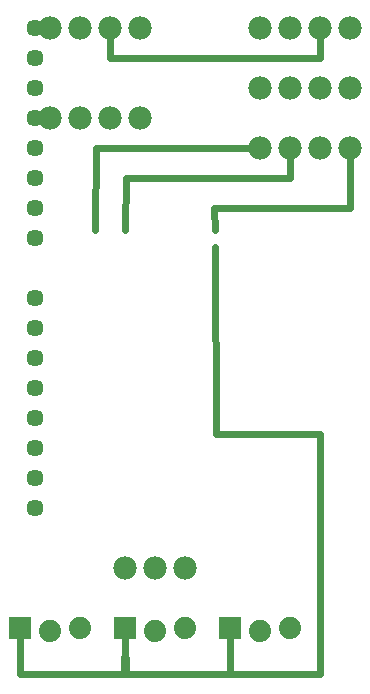
<source format=gbl>
G04 MADE WITH FRITZING*
G04 WWW.FRITZING.ORG*
G04 DOUBLE SIDED*
G04 HOLES PLATED*
G04 CONTOUR ON CENTER OF CONTOUR VECTOR*
%ASAXBY*%
%FSLAX23Y23*%
%MOIN*%
%OFA0B0*%
%SFA1.0B1.0*%
%ADD10C,0.056944*%
%ADD11C,0.078000*%
%ADD12C,0.074000*%
%ADD13C,0.024000*%
%ADD14R,0.001000X0.001000*%
%LNCOPPER0*%
G90*
G70*
G54D10*
X136Y631D03*
X136Y731D03*
X136Y831D03*
X136Y931D03*
X136Y1031D03*
X136Y1131D03*
X136Y1231D03*
X136Y1331D03*
X136Y2231D03*
X136Y2131D03*
X136Y2031D03*
X136Y1931D03*
X136Y1831D03*
X136Y1731D03*
X136Y1631D03*
X136Y1531D03*
G54D11*
X886Y2231D03*
X986Y2231D03*
X1086Y2231D03*
X1186Y2231D03*
X886Y2031D03*
X986Y2031D03*
X1086Y2031D03*
X1186Y2031D03*
X886Y1831D03*
X986Y1831D03*
X1086Y1831D03*
X1186Y1831D03*
X186Y1931D03*
X286Y1931D03*
X386Y1931D03*
X486Y1931D03*
X186Y2231D03*
X286Y2231D03*
X386Y2231D03*
X486Y2231D03*
X636Y431D03*
X536Y431D03*
X436Y431D03*
G54D12*
X786Y231D03*
X886Y221D03*
X986Y231D03*
X86Y231D03*
X186Y221D03*
X286Y231D03*
X436Y231D03*
X536Y221D03*
X636Y231D03*
G54D13*
X338Y1831D02*
X856Y1831D01*
D02*
X336Y1560D02*
X338Y1831D01*
D02*
X1186Y1631D02*
X734Y1631D01*
D02*
X734Y1631D02*
X736Y1560D01*
D02*
X1186Y1801D02*
X1186Y1631D01*
D02*
X986Y1731D02*
X986Y1801D01*
D02*
X436Y1560D02*
X438Y1731D01*
D02*
X438Y1731D02*
X986Y1731D01*
D02*
X738Y879D02*
X736Y1502D01*
D02*
X1086Y879D02*
X738Y879D01*
D02*
X1086Y79D02*
X1086Y879D01*
D02*
X786Y79D02*
X1086Y79D01*
D02*
X786Y200D02*
X786Y79D01*
D02*
X1086Y2131D02*
X1086Y2231D01*
D02*
X386Y2131D02*
X1086Y2131D01*
D02*
X386Y2231D02*
X386Y2131D01*
D02*
X786Y79D02*
X786Y200D01*
D02*
X438Y79D02*
X786Y79D01*
D02*
X437Y200D02*
X438Y79D01*
D02*
X434Y79D02*
X436Y200D01*
D02*
X86Y79D02*
X434Y79D01*
D02*
X86Y200D02*
X86Y79D01*
G54D14*
X49Y268D02*
X122Y268D01*
X399Y268D02*
X472Y268D01*
X749Y268D02*
X822Y268D01*
X49Y267D02*
X122Y267D01*
X399Y267D02*
X472Y267D01*
X749Y267D02*
X822Y267D01*
X49Y266D02*
X122Y266D01*
X399Y266D02*
X472Y266D01*
X749Y266D02*
X822Y266D01*
X49Y265D02*
X122Y265D01*
X399Y265D02*
X472Y265D01*
X749Y265D02*
X822Y265D01*
X49Y264D02*
X122Y264D01*
X399Y264D02*
X472Y264D01*
X749Y264D02*
X822Y264D01*
X49Y263D02*
X122Y263D01*
X399Y263D02*
X472Y263D01*
X749Y263D02*
X822Y263D01*
X49Y262D02*
X122Y262D01*
X399Y262D02*
X472Y262D01*
X749Y262D02*
X822Y262D01*
X49Y261D02*
X122Y261D01*
X399Y261D02*
X472Y261D01*
X749Y261D02*
X822Y261D01*
X49Y260D02*
X122Y260D01*
X399Y260D02*
X472Y260D01*
X749Y260D02*
X822Y260D01*
X49Y259D02*
X122Y259D01*
X399Y259D02*
X472Y259D01*
X749Y259D02*
X822Y259D01*
X49Y258D02*
X122Y258D01*
X399Y258D02*
X472Y258D01*
X749Y258D02*
X822Y258D01*
X49Y257D02*
X122Y257D01*
X399Y257D02*
X472Y257D01*
X749Y257D02*
X822Y257D01*
X49Y256D02*
X122Y256D01*
X399Y256D02*
X472Y256D01*
X749Y256D02*
X822Y256D01*
X49Y255D02*
X122Y255D01*
X399Y255D02*
X472Y255D01*
X749Y255D02*
X822Y255D01*
X49Y254D02*
X122Y254D01*
X399Y254D02*
X472Y254D01*
X749Y254D02*
X822Y254D01*
X49Y253D02*
X122Y253D01*
X399Y253D02*
X472Y253D01*
X749Y253D02*
X822Y253D01*
X49Y252D02*
X122Y252D01*
X399Y252D02*
X472Y252D01*
X749Y252D02*
X822Y252D01*
X49Y251D02*
X80Y251D01*
X91Y251D02*
X122Y251D01*
X399Y251D02*
X430Y251D01*
X441Y251D02*
X472Y251D01*
X749Y251D02*
X780Y251D01*
X791Y251D02*
X822Y251D01*
X49Y250D02*
X77Y250D01*
X94Y250D02*
X122Y250D01*
X399Y250D02*
X427Y250D01*
X444Y250D02*
X472Y250D01*
X749Y250D02*
X777Y250D01*
X794Y250D02*
X822Y250D01*
X49Y249D02*
X75Y249D01*
X96Y249D02*
X122Y249D01*
X399Y249D02*
X425Y249D01*
X446Y249D02*
X472Y249D01*
X749Y249D02*
X775Y249D01*
X796Y249D02*
X822Y249D01*
X49Y248D02*
X74Y248D01*
X98Y248D02*
X122Y248D01*
X399Y248D02*
X424Y248D01*
X448Y248D02*
X472Y248D01*
X749Y248D02*
X773Y248D01*
X798Y248D02*
X822Y248D01*
X49Y247D02*
X72Y247D01*
X99Y247D02*
X122Y247D01*
X399Y247D02*
X422Y247D01*
X449Y247D02*
X472Y247D01*
X749Y247D02*
X772Y247D01*
X799Y247D02*
X822Y247D01*
X49Y246D02*
X71Y246D01*
X100Y246D02*
X122Y246D01*
X399Y246D02*
X421Y246D01*
X450Y246D02*
X472Y246D01*
X749Y246D02*
X771Y246D01*
X800Y246D02*
X822Y246D01*
X49Y245D02*
X70Y245D01*
X101Y245D02*
X122Y245D01*
X399Y245D02*
X420Y245D01*
X451Y245D02*
X472Y245D01*
X749Y245D02*
X770Y245D01*
X801Y245D02*
X822Y245D01*
X49Y244D02*
X69Y244D01*
X102Y244D02*
X122Y244D01*
X399Y244D02*
X419Y244D01*
X452Y244D02*
X472Y244D01*
X749Y244D02*
X769Y244D01*
X802Y244D02*
X822Y244D01*
X49Y243D02*
X69Y243D01*
X103Y243D02*
X122Y243D01*
X399Y243D02*
X419Y243D01*
X453Y243D02*
X472Y243D01*
X749Y243D02*
X769Y243D01*
X803Y243D02*
X822Y243D01*
X49Y242D02*
X68Y242D01*
X103Y242D02*
X122Y242D01*
X399Y242D02*
X418Y242D01*
X453Y242D02*
X472Y242D01*
X749Y242D02*
X768Y242D01*
X803Y242D02*
X822Y242D01*
X49Y241D02*
X68Y241D01*
X104Y241D02*
X122Y241D01*
X399Y241D02*
X417Y241D01*
X454Y241D02*
X472Y241D01*
X749Y241D02*
X767Y241D01*
X804Y241D02*
X822Y241D01*
X49Y240D02*
X67Y240D01*
X104Y240D02*
X122Y240D01*
X399Y240D02*
X417Y240D01*
X454Y240D02*
X472Y240D01*
X749Y240D02*
X767Y240D01*
X804Y240D02*
X822Y240D01*
X49Y239D02*
X67Y239D01*
X105Y239D02*
X122Y239D01*
X399Y239D02*
X417Y239D01*
X455Y239D02*
X472Y239D01*
X749Y239D02*
X766Y239D01*
X805Y239D02*
X822Y239D01*
X49Y238D02*
X66Y238D01*
X105Y238D02*
X122Y238D01*
X399Y238D02*
X416Y238D01*
X455Y238D02*
X472Y238D01*
X749Y238D02*
X766Y238D01*
X805Y238D02*
X822Y238D01*
X49Y237D02*
X66Y237D01*
X105Y237D02*
X122Y237D01*
X399Y237D02*
X416Y237D01*
X455Y237D02*
X472Y237D01*
X749Y237D02*
X766Y237D01*
X805Y237D02*
X822Y237D01*
X49Y236D02*
X66Y236D01*
X106Y236D02*
X122Y236D01*
X399Y236D02*
X416Y236D01*
X456Y236D02*
X472Y236D01*
X749Y236D02*
X766Y236D01*
X806Y236D02*
X822Y236D01*
X49Y235D02*
X65Y235D01*
X106Y235D02*
X122Y235D01*
X399Y235D02*
X415Y235D01*
X456Y235D02*
X472Y235D01*
X749Y235D02*
X765Y235D01*
X806Y235D02*
X822Y235D01*
X49Y234D02*
X65Y234D01*
X106Y234D02*
X122Y234D01*
X399Y234D02*
X415Y234D01*
X456Y234D02*
X472Y234D01*
X749Y234D02*
X765Y234D01*
X806Y234D02*
X822Y234D01*
X49Y233D02*
X65Y233D01*
X106Y233D02*
X122Y233D01*
X399Y233D02*
X415Y233D01*
X456Y233D02*
X472Y233D01*
X749Y233D02*
X765Y233D01*
X806Y233D02*
X822Y233D01*
X49Y232D02*
X65Y232D01*
X106Y232D02*
X122Y232D01*
X399Y232D02*
X415Y232D01*
X456Y232D02*
X472Y232D01*
X749Y232D02*
X765Y232D01*
X806Y232D02*
X822Y232D01*
X49Y231D02*
X65Y231D01*
X106Y231D02*
X122Y231D01*
X399Y231D02*
X415Y231D01*
X456Y231D02*
X472Y231D01*
X749Y231D02*
X765Y231D01*
X806Y231D02*
X822Y231D01*
X49Y230D02*
X65Y230D01*
X106Y230D02*
X122Y230D01*
X399Y230D02*
X415Y230D01*
X456Y230D02*
X472Y230D01*
X749Y230D02*
X765Y230D01*
X806Y230D02*
X822Y230D01*
X49Y229D02*
X65Y229D01*
X106Y229D02*
X122Y229D01*
X399Y229D02*
X415Y229D01*
X456Y229D02*
X472Y229D01*
X749Y229D02*
X765Y229D01*
X806Y229D02*
X822Y229D01*
X49Y228D02*
X66Y228D01*
X106Y228D02*
X122Y228D01*
X399Y228D02*
X416Y228D01*
X456Y228D02*
X472Y228D01*
X749Y228D02*
X765Y228D01*
X806Y228D02*
X822Y228D01*
X49Y227D02*
X66Y227D01*
X106Y227D02*
X122Y227D01*
X399Y227D02*
X416Y227D01*
X455Y227D02*
X472Y227D01*
X749Y227D02*
X766Y227D01*
X805Y227D02*
X822Y227D01*
X49Y226D02*
X66Y226D01*
X105Y226D02*
X122Y226D01*
X399Y226D02*
X416Y226D01*
X455Y226D02*
X472Y226D01*
X749Y226D02*
X766Y226D01*
X805Y226D02*
X822Y226D01*
X49Y225D02*
X66Y225D01*
X105Y225D02*
X122Y225D01*
X399Y225D02*
X416Y225D01*
X455Y225D02*
X472Y225D01*
X749Y225D02*
X766Y225D01*
X805Y225D02*
X822Y225D01*
X49Y224D02*
X67Y224D01*
X105Y224D02*
X122Y224D01*
X399Y224D02*
X417Y224D01*
X455Y224D02*
X472Y224D01*
X749Y224D02*
X767Y224D01*
X804Y224D02*
X822Y224D01*
X49Y223D02*
X67Y223D01*
X104Y223D02*
X122Y223D01*
X399Y223D02*
X417Y223D01*
X454Y223D02*
X472Y223D01*
X749Y223D02*
X767Y223D01*
X804Y223D02*
X822Y223D01*
X49Y222D02*
X68Y222D01*
X104Y222D02*
X122Y222D01*
X399Y222D02*
X418Y222D01*
X453Y222D02*
X472Y222D01*
X749Y222D02*
X768Y222D01*
X803Y222D02*
X822Y222D01*
X49Y221D02*
X68Y221D01*
X103Y221D02*
X122Y221D01*
X399Y221D02*
X418Y221D01*
X453Y221D02*
X472Y221D01*
X749Y221D02*
X768Y221D01*
X803Y221D02*
X822Y221D01*
X49Y220D02*
X69Y220D01*
X102Y220D02*
X122Y220D01*
X399Y220D02*
X419Y220D01*
X452Y220D02*
X472Y220D01*
X749Y220D02*
X769Y220D01*
X802Y220D02*
X822Y220D01*
X49Y219D02*
X70Y219D01*
X101Y219D02*
X122Y219D01*
X399Y219D02*
X420Y219D01*
X451Y219D02*
X472Y219D01*
X749Y219D02*
X770Y219D01*
X801Y219D02*
X822Y219D01*
X49Y218D02*
X71Y218D01*
X101Y218D02*
X122Y218D01*
X399Y218D02*
X421Y218D01*
X451Y218D02*
X472Y218D01*
X749Y218D02*
X771Y218D01*
X801Y218D02*
X822Y218D01*
X49Y217D02*
X72Y217D01*
X100Y217D02*
X122Y217D01*
X399Y217D02*
X422Y217D01*
X449Y217D02*
X472Y217D01*
X749Y217D02*
X772Y217D01*
X799Y217D02*
X822Y217D01*
X49Y216D02*
X73Y216D01*
X98Y216D02*
X122Y216D01*
X399Y216D02*
X423Y216D01*
X448Y216D02*
X472Y216D01*
X749Y216D02*
X773Y216D01*
X798Y216D02*
X822Y216D01*
X49Y215D02*
X74Y215D01*
X97Y215D02*
X122Y215D01*
X399Y215D02*
X424Y215D01*
X447Y215D02*
X472Y215D01*
X749Y215D02*
X774Y215D01*
X797Y215D02*
X822Y215D01*
X49Y214D02*
X76Y214D01*
X95Y214D02*
X122Y214D01*
X399Y214D02*
X426Y214D01*
X445Y214D02*
X472Y214D01*
X749Y214D02*
X776Y214D01*
X795Y214D02*
X822Y214D01*
X49Y213D02*
X79Y213D01*
X93Y213D02*
X122Y213D01*
X399Y213D02*
X429Y213D01*
X443Y213D02*
X472Y213D01*
X749Y213D02*
X778Y213D01*
X793Y213D02*
X822Y213D01*
X49Y212D02*
X83Y212D01*
X88Y212D02*
X122Y212D01*
X399Y212D02*
X433Y212D01*
X438Y212D02*
X472Y212D01*
X749Y212D02*
X783Y212D01*
X788Y212D02*
X822Y212D01*
X49Y211D02*
X122Y211D01*
X399Y211D02*
X472Y211D01*
X749Y211D02*
X822Y211D01*
X49Y210D02*
X122Y210D01*
X399Y210D02*
X472Y210D01*
X749Y210D02*
X822Y210D01*
X49Y209D02*
X122Y209D01*
X399Y209D02*
X472Y209D01*
X749Y209D02*
X822Y209D01*
X49Y208D02*
X122Y208D01*
X399Y208D02*
X472Y208D01*
X749Y208D02*
X822Y208D01*
X49Y207D02*
X122Y207D01*
X399Y207D02*
X472Y207D01*
X749Y207D02*
X822Y207D01*
X49Y206D02*
X122Y206D01*
X399Y206D02*
X472Y206D01*
X749Y206D02*
X822Y206D01*
X49Y205D02*
X122Y205D01*
X399Y205D02*
X472Y205D01*
X749Y205D02*
X822Y205D01*
X49Y204D02*
X122Y204D01*
X399Y204D02*
X472Y204D01*
X749Y204D02*
X822Y204D01*
X49Y203D02*
X122Y203D01*
X399Y203D02*
X472Y203D01*
X749Y203D02*
X822Y203D01*
X49Y202D02*
X122Y202D01*
X399Y202D02*
X472Y202D01*
X749Y202D02*
X822Y202D01*
X49Y201D02*
X122Y201D01*
X399Y201D02*
X472Y201D01*
X749Y201D02*
X822Y201D01*
X49Y200D02*
X122Y200D01*
X399Y200D02*
X472Y200D01*
X749Y200D02*
X822Y200D01*
X49Y199D02*
X122Y199D01*
X399Y199D02*
X472Y199D01*
X749Y199D02*
X822Y199D01*
X49Y198D02*
X122Y198D01*
X399Y198D02*
X472Y198D01*
X749Y198D02*
X822Y198D01*
X49Y197D02*
X122Y197D01*
X399Y197D02*
X472Y197D01*
X749Y197D02*
X822Y197D01*
X49Y196D02*
X122Y196D01*
X399Y196D02*
X472Y196D01*
X749Y196D02*
X822Y196D01*
X49Y195D02*
X122Y195D01*
X399Y195D02*
X472Y195D01*
X749Y195D02*
X822Y195D01*
D02*
G04 End of Copper0*
M02*
</source>
